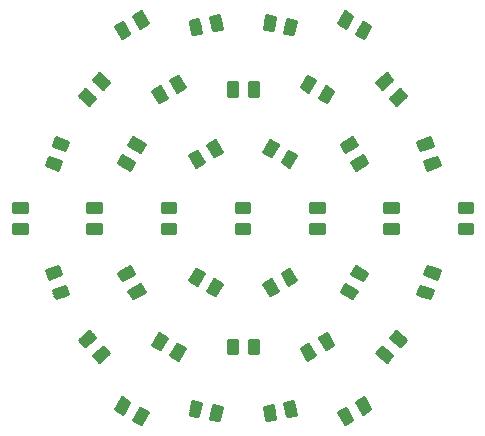
<source format=gbp>
G75*
%MOIN*%
%OFA0B0*%
%FSLAX24Y24*%
%IPPOS*%
%LPD*%
%AMOC8*
5,1,8,0,0,1.08239X$1,22.5*
%
%ADD10C,0.0100*%
D10*
X005683Y003785D02*
X005942Y003635D01*
X005683Y003785D02*
X005908Y004173D01*
X006167Y004023D01*
X005942Y003635D01*
X005999Y003734D02*
X005771Y003734D01*
X005711Y003833D02*
X006057Y003833D01*
X006114Y003932D02*
X005768Y003932D01*
X005826Y004031D02*
X006153Y004031D01*
X005982Y004130D02*
X005883Y004130D01*
X006289Y003435D02*
X006548Y003285D01*
X006289Y003435D02*
X006514Y003823D01*
X006773Y003673D01*
X006548Y003285D01*
X006605Y003384D02*
X006377Y003384D01*
X006317Y003483D02*
X006663Y003483D01*
X006720Y003582D02*
X006374Y003582D01*
X006432Y003681D02*
X006759Y003681D01*
X006588Y003780D02*
X006489Y003780D01*
X008172Y003603D02*
X008465Y003546D01*
X008172Y003603D02*
X008257Y004044D01*
X008550Y003987D01*
X008465Y003546D01*
X008484Y003645D02*
X008180Y003645D01*
X008199Y003744D02*
X008503Y003744D01*
X008522Y003843D02*
X008218Y003843D01*
X008237Y003942D02*
X008541Y003942D01*
X008272Y004041D02*
X008256Y004041D01*
X008859Y003471D02*
X009152Y003414D01*
X008859Y003471D02*
X008944Y003912D01*
X009237Y003855D01*
X009152Y003414D01*
X009171Y003513D02*
X008867Y003513D01*
X008886Y003612D02*
X009190Y003612D01*
X009209Y003711D02*
X008905Y003711D01*
X008924Y003810D02*
X009228Y003810D01*
X008959Y003909D02*
X008943Y003909D01*
X007787Y005429D02*
X007528Y005579D01*
X007753Y005967D01*
X008012Y005817D01*
X007787Y005429D01*
X007844Y005528D02*
X007616Y005528D01*
X007556Y005627D02*
X007902Y005627D01*
X007959Y005726D02*
X007613Y005726D01*
X007671Y005825D02*
X007998Y005825D01*
X007827Y005924D02*
X007728Y005924D01*
X007180Y005779D02*
X006921Y005929D01*
X007146Y006317D01*
X007405Y006167D01*
X007180Y005779D01*
X007237Y005878D02*
X007009Y005878D01*
X006949Y005977D02*
X007295Y005977D01*
X007352Y006076D02*
X007006Y006076D01*
X007064Y006175D02*
X007391Y006175D01*
X007220Y006274D02*
X007121Y006274D01*
X006284Y007473D02*
X006134Y007732D01*
X006522Y007957D01*
X006672Y007698D01*
X006284Y007473D01*
X006227Y007572D02*
X006455Y007572D01*
X006625Y007671D02*
X006169Y007671D01*
X006200Y007770D02*
X006630Y007770D01*
X006573Y007869D02*
X006370Y007869D01*
X005934Y008079D02*
X005784Y008338D01*
X006172Y008563D01*
X006322Y008304D01*
X005934Y008079D01*
X005877Y008178D02*
X006105Y008178D01*
X006275Y008277D02*
X005819Y008277D01*
X005850Y008376D02*
X006280Y008376D01*
X006223Y008475D02*
X006020Y008475D01*
X004765Y009662D02*
X004765Y009962D01*
X005215Y009962D01*
X005215Y009662D01*
X004765Y009662D01*
X004765Y009761D02*
X005215Y009761D01*
X005215Y009860D02*
X004765Y009860D01*
X004765Y009959D02*
X005215Y009959D01*
X004765Y010362D02*
X004765Y010662D01*
X005215Y010662D01*
X005215Y010362D01*
X004765Y010362D01*
X004765Y010461D02*
X005215Y010461D01*
X005215Y010560D02*
X004765Y010560D01*
X004765Y010659D02*
X005215Y010659D01*
X005784Y011986D02*
X005934Y012245D01*
X006322Y012020D01*
X006172Y011761D01*
X005784Y011986D01*
X006001Y011860D02*
X006229Y011860D01*
X006287Y011959D02*
X005831Y011959D01*
X005826Y012058D02*
X006256Y012058D01*
X006086Y012157D02*
X005883Y012157D01*
X006134Y012593D02*
X006284Y012852D01*
X006672Y012627D01*
X006522Y012368D01*
X006134Y012593D01*
X006351Y012467D02*
X006579Y012467D01*
X006637Y012566D02*
X006181Y012566D01*
X006176Y012665D02*
X006606Y012665D01*
X006436Y012764D02*
X006233Y012764D01*
X006921Y014395D02*
X007180Y014545D01*
X007405Y014157D01*
X007146Y014007D01*
X006921Y014395D01*
X007089Y014106D02*
X007317Y014106D01*
X007377Y014205D02*
X007031Y014205D01*
X006974Y014304D02*
X007320Y014304D01*
X007262Y014403D02*
X006935Y014403D01*
X007106Y014502D02*
X007205Y014502D01*
X007528Y014745D02*
X007787Y014895D01*
X008012Y014507D01*
X007753Y014357D01*
X007528Y014745D01*
X007696Y014456D02*
X007924Y014456D01*
X007984Y014555D02*
X007638Y014555D01*
X007581Y014654D02*
X007927Y014654D01*
X007869Y014753D02*
X007542Y014753D01*
X007713Y014852D02*
X007812Y014852D01*
X008172Y016721D02*
X008465Y016778D01*
X008550Y016337D01*
X008257Y016280D01*
X008172Y016721D01*
X008238Y016379D02*
X008542Y016379D01*
X008523Y016478D02*
X008219Y016478D01*
X008200Y016577D02*
X008504Y016577D01*
X008485Y016676D02*
X008181Y016676D01*
X008450Y016775D02*
X008466Y016775D01*
X008859Y016853D02*
X009152Y016910D01*
X009237Y016469D01*
X008944Y016412D01*
X008859Y016853D01*
X008925Y016511D02*
X009229Y016511D01*
X009210Y016610D02*
X008906Y016610D01*
X008887Y016709D02*
X009191Y016709D01*
X009172Y016808D02*
X008868Y016808D01*
X009137Y016907D02*
X009153Y016907D01*
X010733Y016910D02*
X011026Y016853D01*
X010941Y016412D01*
X010648Y016469D01*
X010733Y016910D01*
X010656Y016511D02*
X010960Y016511D01*
X010979Y016610D02*
X010675Y016610D01*
X010694Y016709D02*
X010998Y016709D01*
X011017Y016808D02*
X010713Y016808D01*
X010732Y016907D02*
X010748Y016907D01*
X011420Y016778D02*
X011713Y016721D01*
X011628Y016280D01*
X011335Y016337D01*
X011420Y016778D01*
X011343Y016379D02*
X011647Y016379D01*
X011666Y016478D02*
X011362Y016478D01*
X011381Y016577D02*
X011685Y016577D01*
X011704Y016676D02*
X011400Y016676D01*
X011419Y016775D02*
X011435Y016775D01*
X013337Y017039D02*
X013596Y016889D01*
X013371Y016501D01*
X013112Y016651D01*
X013337Y017039D01*
X013428Y016600D02*
X013200Y016600D01*
X013140Y016699D02*
X013486Y016699D01*
X013543Y016798D02*
X013197Y016798D01*
X013255Y016897D02*
X013582Y016897D01*
X013411Y016996D02*
X013312Y016996D01*
X013943Y016689D02*
X014202Y016539D01*
X013977Y016151D01*
X013718Y016301D01*
X013943Y016689D01*
X014034Y016250D02*
X013806Y016250D01*
X013746Y016349D02*
X014092Y016349D01*
X014149Y016448D02*
X013803Y016448D01*
X013861Y016547D02*
X014188Y016547D01*
X014017Y016646D02*
X013918Y016646D01*
X014737Y014975D02*
X014934Y014748D01*
X014595Y014455D01*
X014398Y014682D01*
X014737Y014975D01*
X014710Y014554D02*
X014509Y014554D01*
X014423Y014653D02*
X014824Y014653D01*
X014931Y014752D02*
X014479Y014752D01*
X014594Y014851D02*
X014845Y014851D01*
X014759Y014950D02*
X014708Y014950D01*
X015195Y014446D02*
X015392Y014219D01*
X015053Y013926D01*
X014856Y014153D01*
X015195Y014446D01*
X015168Y014025D02*
X014967Y014025D01*
X014881Y014124D02*
X015282Y014124D01*
X015389Y014223D02*
X014937Y014223D01*
X015052Y014322D02*
X015303Y014322D01*
X015217Y014421D02*
X015166Y014421D01*
X016181Y012852D02*
X016279Y012569D01*
X015855Y012422D01*
X015757Y012705D01*
X016181Y012852D01*
X016141Y012521D02*
X015821Y012521D01*
X015786Y012620D02*
X016261Y012620D01*
X016227Y012719D02*
X015797Y012719D01*
X016083Y012818D02*
X016193Y012818D01*
X016410Y012191D02*
X016508Y011908D01*
X016084Y011761D01*
X015986Y012044D01*
X016410Y012191D01*
X016370Y011860D02*
X016050Y011860D01*
X016015Y011959D02*
X016490Y011959D01*
X016456Y012058D02*
X016026Y012058D01*
X016312Y012157D02*
X016422Y012157D01*
X017596Y010662D02*
X017596Y010362D01*
X017146Y010362D01*
X017146Y010662D01*
X017596Y010662D01*
X017596Y010461D02*
X017146Y010461D01*
X017146Y010560D02*
X017596Y010560D01*
X017596Y010659D02*
X017146Y010659D01*
X017596Y009962D02*
X017596Y009662D01*
X017146Y009662D01*
X017146Y009962D01*
X017596Y009962D01*
X017596Y009761D02*
X017146Y009761D01*
X017146Y009860D02*
X017596Y009860D01*
X017596Y009959D02*
X017146Y009959D01*
X016508Y008417D02*
X016410Y008134D01*
X015986Y008281D01*
X016084Y008564D01*
X016508Y008417D01*
X016444Y008233D02*
X016124Y008233D01*
X016004Y008332D02*
X016479Y008332D01*
X016468Y008431D02*
X016038Y008431D01*
X016072Y008530D02*
X016182Y008530D01*
X016279Y007755D02*
X016181Y007472D01*
X015757Y007619D01*
X015855Y007902D01*
X016279Y007755D01*
X016215Y007571D02*
X015895Y007571D01*
X015775Y007670D02*
X016250Y007670D01*
X016239Y007769D02*
X015809Y007769D01*
X015843Y007868D02*
X015953Y007868D01*
X015392Y006105D02*
X015195Y005878D01*
X014856Y006171D01*
X015053Y006398D01*
X015392Y006105D01*
X015281Y005977D02*
X015080Y005977D01*
X014966Y006076D02*
X015367Y006076D01*
X015311Y006175D02*
X014859Y006175D01*
X014945Y006274D02*
X015196Y006274D01*
X015082Y006373D02*
X015031Y006373D01*
X014934Y005576D02*
X014737Y005349D01*
X014398Y005642D01*
X014595Y005869D01*
X014934Y005576D01*
X014823Y005448D02*
X014622Y005448D01*
X014508Y005547D02*
X014909Y005547D01*
X014853Y005646D02*
X014401Y005646D01*
X014487Y005745D02*
X014738Y005745D01*
X014624Y005844D02*
X014573Y005844D01*
X012964Y005929D02*
X012705Y005779D01*
X012480Y006167D01*
X012739Y006317D01*
X012964Y005929D01*
X012876Y005878D02*
X012648Y005878D01*
X012590Y005977D02*
X012936Y005977D01*
X012879Y006076D02*
X012533Y006076D01*
X012494Y006175D02*
X012821Y006175D01*
X012764Y006274D02*
X012665Y006274D01*
X012358Y005579D02*
X012099Y005429D01*
X011874Y005817D01*
X012133Y005967D01*
X012358Y005579D01*
X012270Y005528D02*
X012042Y005528D01*
X011984Y005627D02*
X012330Y005627D01*
X012273Y005726D02*
X011927Y005726D01*
X011888Y005825D02*
X012215Y005825D01*
X012158Y005924D02*
X012059Y005924D01*
X010443Y005648D02*
X010143Y005648D01*
X010143Y006098D01*
X010443Y006098D01*
X010443Y005648D01*
X010443Y005747D02*
X010143Y005747D01*
X010143Y005846D02*
X010443Y005846D01*
X010443Y005945D02*
X010143Y005945D01*
X010143Y006044D02*
X010443Y006044D01*
X009743Y005648D02*
X009443Y005648D01*
X009443Y006098D01*
X009743Y006098D01*
X009743Y005648D01*
X009743Y005747D02*
X009443Y005747D01*
X009443Y005846D02*
X009743Y005846D01*
X009743Y005945D02*
X009443Y005945D01*
X009443Y006044D02*
X009743Y006044D01*
X009025Y007574D02*
X008766Y007724D01*
X008991Y008112D01*
X009250Y007962D01*
X009025Y007574D01*
X009082Y007673D02*
X008854Y007673D01*
X008794Y007772D02*
X009140Y007772D01*
X009197Y007871D02*
X008851Y007871D01*
X008909Y007970D02*
X009236Y007970D01*
X009065Y008069D02*
X008966Y008069D01*
X008418Y007924D02*
X008159Y008074D01*
X008384Y008462D01*
X008643Y008312D01*
X008418Y007924D01*
X008475Y008023D02*
X008247Y008023D01*
X008187Y008122D02*
X008533Y008122D01*
X008590Y008221D02*
X008244Y008221D01*
X008302Y008320D02*
X008629Y008320D01*
X008458Y008419D02*
X008359Y008419D01*
X007241Y009662D02*
X007241Y009962D01*
X007691Y009962D01*
X007691Y009662D01*
X007241Y009662D01*
X007241Y009761D02*
X007691Y009761D01*
X007691Y009860D02*
X007241Y009860D01*
X007241Y009959D02*
X007691Y009959D01*
X007241Y010362D02*
X007241Y010662D01*
X007691Y010662D01*
X007691Y010362D01*
X007241Y010362D01*
X007241Y010461D02*
X007691Y010461D01*
X007691Y010560D02*
X007241Y010560D01*
X007241Y010659D02*
X007691Y010659D01*
X008159Y012251D02*
X008418Y012401D01*
X008643Y012013D01*
X008384Y011863D01*
X008159Y012251D01*
X008327Y011962D02*
X008555Y011962D01*
X008615Y012061D02*
X008269Y012061D01*
X008212Y012160D02*
X008558Y012160D01*
X008500Y012259D02*
X008173Y012259D01*
X008344Y012358D02*
X008443Y012358D01*
X008766Y012601D02*
X009025Y012751D01*
X009250Y012363D01*
X008991Y012213D01*
X008766Y012601D01*
X008934Y012312D02*
X009162Y012312D01*
X009222Y012411D02*
X008876Y012411D01*
X008819Y012510D02*
X009165Y012510D01*
X009107Y012609D02*
X008780Y012609D01*
X008951Y012708D02*
X009050Y012708D01*
X009443Y014676D02*
X009743Y014676D01*
X009743Y014226D01*
X009443Y014226D01*
X009443Y014676D01*
X009443Y014325D02*
X009743Y014325D01*
X009743Y014424D02*
X009443Y014424D01*
X009443Y014523D02*
X009743Y014523D01*
X009743Y014622D02*
X009443Y014622D01*
X010143Y014676D02*
X010443Y014676D01*
X010443Y014226D01*
X010143Y014226D01*
X010143Y014676D01*
X010143Y014325D02*
X010443Y014325D01*
X010443Y014424D02*
X010143Y014424D01*
X010143Y014523D02*
X010443Y014523D01*
X010443Y014622D02*
X010143Y014622D01*
X012099Y014895D02*
X012358Y014745D01*
X012133Y014357D01*
X011874Y014507D01*
X012099Y014895D01*
X012190Y014456D02*
X011962Y014456D01*
X011902Y014555D02*
X012248Y014555D01*
X012305Y014654D02*
X011959Y014654D01*
X012017Y014753D02*
X012344Y014753D01*
X012173Y014852D02*
X012074Y014852D01*
X012705Y014545D02*
X012964Y014395D01*
X012739Y014007D01*
X012480Y014157D01*
X012705Y014545D01*
X012796Y014106D02*
X012568Y014106D01*
X012508Y014205D02*
X012854Y014205D01*
X012911Y014304D02*
X012565Y014304D01*
X012623Y014403D02*
X012950Y014403D01*
X012779Y014502D02*
X012680Y014502D01*
X013601Y012852D02*
X013751Y012593D01*
X013363Y012368D01*
X013213Y012627D01*
X013601Y012852D01*
X013534Y012467D02*
X013306Y012467D01*
X013248Y012566D02*
X013704Y012566D01*
X013709Y012665D02*
X013279Y012665D01*
X013449Y012764D02*
X013652Y012764D01*
X013951Y012245D02*
X014101Y011986D01*
X013713Y011761D01*
X013563Y012020D01*
X013951Y012245D01*
X013884Y011860D02*
X013656Y011860D01*
X013598Y011959D02*
X014054Y011959D01*
X014059Y012058D02*
X013629Y012058D01*
X013799Y012157D02*
X014002Y012157D01*
X015120Y010662D02*
X015120Y010362D01*
X014670Y010362D01*
X014670Y010662D01*
X015120Y010662D01*
X015120Y010461D02*
X014670Y010461D01*
X014670Y010560D02*
X015120Y010560D01*
X015120Y010659D02*
X014670Y010659D01*
X015120Y009962D02*
X015120Y009662D01*
X014670Y009662D01*
X014670Y009962D01*
X015120Y009962D01*
X015120Y009761D02*
X014670Y009761D01*
X014670Y009860D02*
X015120Y009860D01*
X015120Y009959D02*
X014670Y009959D01*
X014101Y008338D02*
X013951Y008079D01*
X013563Y008304D01*
X013713Y008563D01*
X014101Y008338D01*
X014008Y008178D02*
X013780Y008178D01*
X013610Y008277D02*
X014066Y008277D01*
X014035Y008376D02*
X013605Y008376D01*
X013662Y008475D02*
X013865Y008475D01*
X013751Y007732D02*
X013601Y007473D01*
X013213Y007698D01*
X013363Y007957D01*
X013751Y007732D01*
X013658Y007572D02*
X013430Y007572D01*
X013260Y007671D02*
X013716Y007671D01*
X013685Y007770D02*
X013255Y007770D01*
X013312Y007869D02*
X013515Y007869D01*
X011726Y008074D02*
X011467Y007924D01*
X011242Y008312D01*
X011501Y008462D01*
X011726Y008074D01*
X011638Y008023D02*
X011410Y008023D01*
X011352Y008122D02*
X011698Y008122D01*
X011641Y008221D02*
X011295Y008221D01*
X011256Y008320D02*
X011583Y008320D01*
X011526Y008419D02*
X011427Y008419D01*
X011119Y007724D02*
X010860Y007574D01*
X010635Y007962D01*
X010894Y008112D01*
X011119Y007724D01*
X011031Y007673D02*
X010803Y007673D01*
X010745Y007772D02*
X011091Y007772D01*
X011034Y007871D02*
X010688Y007871D01*
X010649Y007970D02*
X010976Y007970D01*
X010919Y008069D02*
X010820Y008069D01*
X010168Y009662D02*
X010168Y009962D01*
X010168Y009662D02*
X009718Y009662D01*
X009718Y009962D01*
X010168Y009962D01*
X010168Y009761D02*
X009718Y009761D01*
X009718Y009860D02*
X010168Y009860D01*
X010168Y009959D02*
X009718Y009959D01*
X010168Y010362D02*
X010168Y010662D01*
X010168Y010362D02*
X009718Y010362D01*
X009718Y010662D01*
X010168Y010662D01*
X010168Y010461D02*
X009718Y010461D01*
X009718Y010560D02*
X010168Y010560D01*
X010168Y010659D02*
X009718Y010659D01*
X010860Y012751D02*
X011119Y012601D01*
X010894Y012213D01*
X010635Y012363D01*
X010860Y012751D01*
X010951Y012312D02*
X010723Y012312D01*
X010663Y012411D02*
X011009Y012411D01*
X011066Y012510D02*
X010720Y012510D01*
X010778Y012609D02*
X011105Y012609D01*
X010934Y012708D02*
X010835Y012708D01*
X011467Y012401D02*
X011726Y012251D01*
X011501Y011863D01*
X011242Y012013D01*
X011467Y012401D01*
X011558Y011962D02*
X011330Y011962D01*
X011270Y012061D02*
X011616Y012061D01*
X011673Y012160D02*
X011327Y012160D01*
X011385Y012259D02*
X011712Y012259D01*
X011541Y012358D02*
X011442Y012358D01*
X012644Y010662D02*
X012644Y010362D01*
X012194Y010362D01*
X012194Y010662D01*
X012644Y010662D01*
X012644Y010461D02*
X012194Y010461D01*
X012194Y010560D02*
X012644Y010560D01*
X012644Y010659D02*
X012194Y010659D01*
X012644Y009962D02*
X012644Y009662D01*
X012194Y009662D01*
X012194Y009962D01*
X012644Y009962D01*
X012644Y009761D02*
X012194Y009761D01*
X012194Y009860D02*
X012644Y009860D01*
X012644Y009959D02*
X012194Y009959D01*
X014202Y003785D02*
X013943Y003635D01*
X013718Y004023D01*
X013977Y004173D01*
X014202Y003785D01*
X014114Y003734D02*
X013886Y003734D01*
X013828Y003833D02*
X014174Y003833D01*
X014117Y003932D02*
X013771Y003932D01*
X013732Y004031D02*
X014059Y004031D01*
X014002Y004130D02*
X013903Y004130D01*
X013596Y003435D02*
X013337Y003285D01*
X013112Y003673D01*
X013371Y003823D01*
X013596Y003435D01*
X013508Y003384D02*
X013280Y003384D01*
X013222Y003483D02*
X013568Y003483D01*
X013511Y003582D02*
X013165Y003582D01*
X013126Y003681D02*
X013453Y003681D01*
X013396Y003780D02*
X013297Y003780D01*
X011713Y003603D02*
X011420Y003546D01*
X011335Y003987D01*
X011628Y004044D01*
X011713Y003603D01*
X011705Y003645D02*
X011401Y003645D01*
X011382Y003744D02*
X011686Y003744D01*
X011667Y003843D02*
X011363Y003843D01*
X011344Y003942D02*
X011648Y003942D01*
X011629Y004041D02*
X011613Y004041D01*
X011026Y003471D02*
X010733Y003414D01*
X010648Y003855D01*
X010941Y003912D01*
X011026Y003471D01*
X011018Y003513D02*
X010714Y003513D01*
X010695Y003612D02*
X010999Y003612D01*
X010980Y003711D02*
X010676Y003711D01*
X010657Y003810D02*
X010961Y003810D01*
X010942Y003909D02*
X010926Y003909D01*
X005148Y005349D02*
X004951Y005576D01*
X005290Y005869D01*
X005487Y005642D01*
X005148Y005349D01*
X005062Y005448D02*
X005263Y005448D01*
X005377Y005547D02*
X004976Y005547D01*
X005032Y005646D02*
X005484Y005646D01*
X005398Y005745D02*
X005147Y005745D01*
X005261Y005844D02*
X005312Y005844D01*
X004690Y005878D02*
X004493Y006105D01*
X004832Y006398D01*
X005029Y006171D01*
X004690Y005878D01*
X004604Y005977D02*
X004805Y005977D01*
X004919Y006076D02*
X004518Y006076D01*
X004574Y006175D02*
X005026Y006175D01*
X004940Y006274D02*
X004689Y006274D01*
X004803Y006373D02*
X004854Y006373D01*
X003704Y007472D02*
X003606Y007755D01*
X004030Y007902D01*
X004128Y007619D01*
X003704Y007472D01*
X003670Y007571D02*
X003990Y007571D01*
X004110Y007670D02*
X003635Y007670D01*
X003646Y007769D02*
X004076Y007769D01*
X004042Y007868D02*
X003932Y007868D01*
X003475Y008134D02*
X003377Y008417D01*
X003801Y008564D01*
X003899Y008281D01*
X003475Y008134D01*
X003441Y008233D02*
X003761Y008233D01*
X003881Y008332D02*
X003406Y008332D01*
X003417Y008431D02*
X003847Y008431D01*
X003813Y008530D02*
X003703Y008530D01*
X002289Y009662D02*
X002289Y009962D01*
X002739Y009962D01*
X002739Y009662D01*
X002289Y009662D01*
X002289Y009761D02*
X002739Y009761D01*
X002739Y009860D02*
X002289Y009860D01*
X002289Y009959D02*
X002739Y009959D01*
X002289Y010362D02*
X002289Y010662D01*
X002739Y010662D01*
X002739Y010362D01*
X002289Y010362D01*
X002289Y010461D02*
X002739Y010461D01*
X002739Y010560D02*
X002289Y010560D01*
X002289Y010659D02*
X002739Y010659D01*
X003377Y011908D02*
X003475Y012191D01*
X003899Y012044D01*
X003801Y011761D01*
X003377Y011908D01*
X003515Y011860D02*
X003835Y011860D01*
X003870Y011959D02*
X003395Y011959D01*
X003429Y012058D02*
X003859Y012058D01*
X003573Y012157D02*
X003463Y012157D01*
X003606Y012569D02*
X003704Y012852D01*
X004128Y012705D01*
X004030Y012422D01*
X003606Y012569D01*
X003744Y012521D02*
X004064Y012521D01*
X004099Y012620D02*
X003624Y012620D01*
X003658Y012719D02*
X004088Y012719D01*
X003802Y012818D02*
X003692Y012818D01*
X004493Y014219D02*
X004690Y014446D01*
X005029Y014153D01*
X004832Y013926D01*
X004493Y014219D01*
X004717Y014025D02*
X004918Y014025D01*
X005004Y014124D02*
X004603Y014124D01*
X004496Y014223D02*
X004948Y014223D01*
X004833Y014322D02*
X004582Y014322D01*
X004668Y014421D02*
X004719Y014421D01*
X004951Y014748D02*
X005148Y014975D01*
X005487Y014682D01*
X005290Y014455D01*
X004951Y014748D01*
X005175Y014554D02*
X005376Y014554D01*
X005462Y014653D02*
X005061Y014653D01*
X004954Y014752D02*
X005406Y014752D01*
X005291Y014851D02*
X005040Y014851D01*
X005126Y014950D02*
X005177Y014950D01*
X005683Y016539D02*
X005942Y016689D01*
X006167Y016301D01*
X005908Y016151D01*
X005683Y016539D01*
X005851Y016250D02*
X006079Y016250D01*
X006139Y016349D02*
X005793Y016349D01*
X005736Y016448D02*
X006082Y016448D01*
X006024Y016547D02*
X005697Y016547D01*
X005868Y016646D02*
X005967Y016646D01*
X006289Y016889D02*
X006548Y017039D01*
X006773Y016651D01*
X006514Y016501D01*
X006289Y016889D01*
X006457Y016600D02*
X006685Y016600D01*
X006745Y016699D02*
X006399Y016699D01*
X006342Y016798D02*
X006688Y016798D01*
X006630Y016897D02*
X006303Y016897D01*
X006474Y016996D02*
X006573Y016996D01*
M02*

</source>
